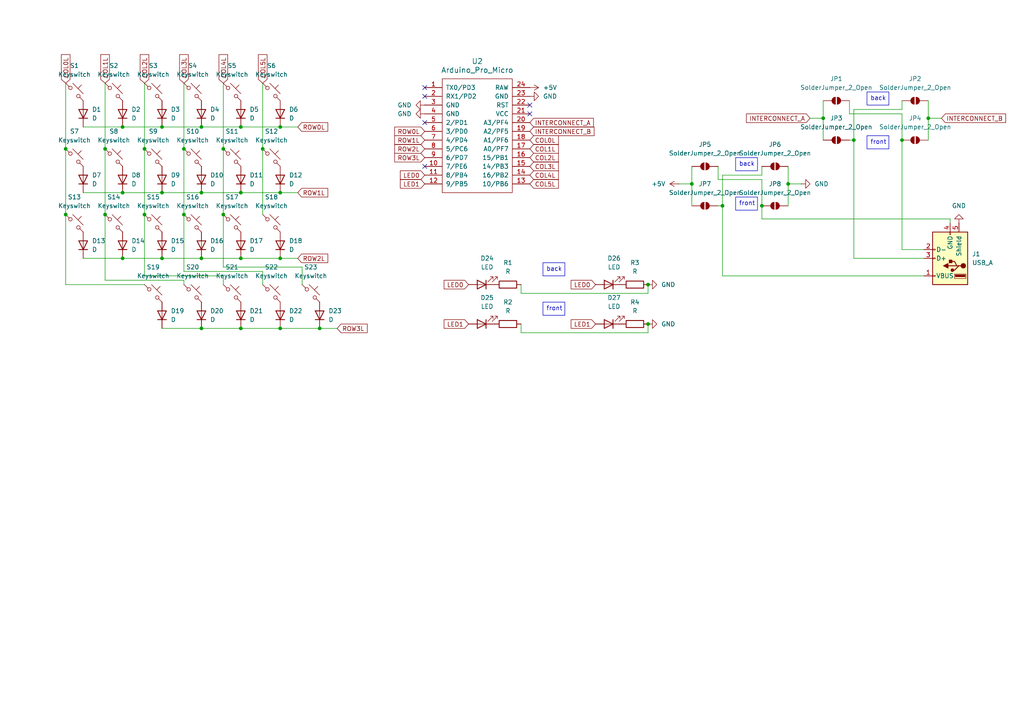
<source format=kicad_sch>
(kicad_sch (version 20250114) (generator "eeschema") (generator_version "9.0")
  (paper "A4")
  (lib_symbols
    (symbol "Connector:USB_A" (pin_names (offset 1.016))
      (property "Reference" "J" (at -5.08 11.43 0))
      (property "Value" "USB_A" (at -5.08 8.89 0))
      (symbol "USB_A_0_1"
        (rectangle (start -5.08 -7.62) (end 5.08 7.62) (stroke (width 0.254)) (fill (type background)))
        (circle (center -3.81 2.159) (radius 0.635) (stroke (width 0.254)) (fill (type outline)))
        (polyline (pts (xy -3.175 2.159) (xy -2.54 2.159) (xy -1.27 3.429) (xy -0.635 3.429)) (stroke (width 0.254)))
        (polyline (pts (xy -2.54 2.159) (xy -1.905 2.159) (xy -1.27 0.889) (xy 0 0.889)) (stroke (width 0.254)))
        (rectangle (start -1.524 4.826) (end -4.318 5.334) (fill (type outline)))
        (rectangle (start -1.27 4.572) (end -4.572 5.842))
        (circle (center -0.635 3.429) (radius 0.381) (stroke (width 0.254)) (fill (type outline)))
        (rectangle (start -0.127 -7.62) (end 0.127 -6.858))
        (rectangle (start 0.254 1.27) (end -0.508 0.508) (stroke (width 0.254)) (fill (type outline)))
        (polyline (pts (xy 0.635 2.794) (xy 0.635 1.524) (xy 1.905 2.159) (xy 0.635 2.794)) (stroke (width 0.254)) (fill (type outline)))
        (rectangle (start 5.08 4.953) (end 4.318 5.207))
        (rectangle (start 5.08 -0.127) (end 4.318 0.127))
        (rectangle (start 5.08 -2.667) (end 4.318 -2.413))
      )
      (symbol "USB_A_1_1"
        (polyline (pts (xy -1.905 2.159) (xy 0.635 2.159)) (stroke (width 0.254)))
        (pin passive line (at -2.54 -10.16 90) (length 2.54) (name "Shield") (number "5"))
        (pin power_in line (at 0 -10.16 90) (length 2.54) (name "GND") (number "4"))
        (pin power_in line (at 7.62 5.08 180) (length 2.54) (name "VBUS") (number "1"))
        (pin bidirectional line (at 7.62 0 180) (length 2.54) (name "D+") (number "3"))
        (pin bidirectional line (at 7.62 -2.54 180) (length 2.54) (name "D-") (number "2"))
      )
    )
    (symbol "Device:D" (pin_numbers (hide yes)) (pin_names (offset 1.016) (hide yes))
      (property "Reference" "D" (at 0 2.54 0))
      (property "Value" "D" (at 0 -2.54 0))
      (symbol "D_0_1"
        (polyline (pts (xy -1.27 1.27) (xy -1.27 -1.27)) (stroke (width 0.254)))
        (polyline (pts (xy 1.27 1.27) (xy 1.27 -1.27) (xy -1.27 0) (xy 1.27 1.27)) (stroke (width 0.254)))
        (polyline (pts (xy 1.27 0) (xy -1.27 0)))
      )
      (symbol "D_1_1"
        (pin passive line (at -3.81 0 0) (length 2.54) (name "K") (number "1"))
        (pin passive line (at 3.81 0 180) (length 2.54) (name "A") (number "2"))
      )
    )
    (symbol "Device:LED" (pin_numbers (hide yes)) (pin_names (offset 1.016) (hide yes))
      (property "Reference" "D" (at 0 2.54 0))
      (property "Value" "LED" (at 0 -2.54 0))
      (symbol "LED_0_1"
        (polyline (pts (xy -3.048 -0.762) (xy -4.572 -2.286) (xy -3.81 -2.286) (xy -4.572 -2.286) (xy -4.572 -1.524)))
        (polyline (pts (xy -1.778 -0.762) (xy -3.302 -2.286) (xy -2.54 -2.286) (xy -3.302 -2.286) (xy -3.302 -1.524)))
        (polyline (pts (xy -1.27 0) (xy 1.27 0)))
        (polyline (pts (xy -1.27 -1.27) (xy -1.27 1.27)) (stroke (width 0.254)))
        (polyline (pts (xy 1.27 -1.27) (xy 1.27 1.27) (xy -1.27 0) (xy 1.27 -1.27)) (stroke (width 0.254)))
      )
      (symbol "LED_1_1"
        (pin passive line (at -3.81 0 0) (length 2.54) (name "K") (number "1"))
        (pin passive line (at 3.81 0 180) (length 2.54) (name "A") (number "2"))
      )
    )
    (symbol "Device:R" (pin_numbers (hide yes)) (pin_names (offset 0))
      (property "Reference" "R" (at 2.032 0 90))
      (property "Value" "R" (at 0 0 90))
      (symbol "R_0_1"
        (rectangle (start -1.016 -2.54) (end 1.016 2.54) (stroke (width 0.254)))
      )
      (symbol "R_1_1"
        (pin passive line (at 0 3.81 270) (length 1.27) (name "~") (number "1"))
        (pin passive line (at 0 -3.81 90) (length 1.27) (name "~") (number "2"))
      )
    )
    (symbol "Jumper:SolderJumper_2_Open" (pin_numbers (hide yes)) (pin_names (offset 0) (hide yes)) (in_bom no)
      (property "Reference" "JP" (at 0 2.032 0))
      (property "Value" "SolderJumper_2_Open" (at 0 -2.54 0))
      (symbol "SolderJumper_2_Open_0_1"
        (polyline (pts (xy -0.254 1.016) (xy -0.254 -1.016)))
        (arc (start -0.254 -1.016) (mid -1.2656 0) (end -0.254 1.016))
        (arc (start -0.254 -1.016) (mid -1.2656 0) (end -0.254 1.016) (fill (type outline)))
        (arc (start 0.254 1.016) (mid 1.2656 0) (end 0.254 -1.016))
        (arc (start 0.254 1.016) (mid 1.2656 0) (end 0.254 -1.016) (fill (type outline)))
        (polyline (pts (xy 0.254 1.016) (xy 0.254 -1.016)))
      )
      (symbol "SolderJumper_2_Open_1_1"
        (pin passive line (at -3.81 0 0) (length 2.54) (name "A") (number "1"))
        (pin passive line (at 3.81 0 180) (length 2.54) (name "B") (number "2"))
      )
    )
    (symbol "ScottoKeebs:MCU_Arduino_Pro_Micro" (pin_names (offset 1.016))
      (property "Reference" "U" (at 0 0 0))
      (property "Value" "Arduino_Pro_Micro" (at 0 -19.05 0))
      (symbol "MCU_Arduino_Pro_Micro_0_1"
        (rectangle (start -10.16 16.51) (end 10.16 -16.51))
      )
      (symbol "MCU_Arduino_Pro_Micro_1_1"
        (pin input line (at -15.24 13.97 0) (length 5.08) (name "TX0/PD3") (number "1"))
        (pin input line (at -15.24 11.43 0) (length 5.08) (name "RX1/PD2") (number "2"))
        (pin input line (at -15.24 8.89 0) (length 5.08) (name "GND") (number "3"))
        (pin input line (at -15.24 6.35 0) (length 5.08) (name "GND") (number "4"))
        (pin input line (at -15.24 3.81 0) (length 5.08) (name "2/PD1") (number "5"))
        (pin input line (at -15.24 1.27 0) (length 5.08) (name "3/PD0") (number "6"))
        (pin input line (at -15.24 -1.27 0) (length 5.08) (name "4/PD4") (number "7"))
        (pin input line (at -15.24 -3.81 0) (length 5.08) (name "5/PC6") (number "8"))
        (pin input line (at -15.24 -6.35 0) (length 5.08) (name "6/PD7") (number "9"))
        (pin input line (at -15.24 -8.89 0) (length 5.08) (name "7/PE6") (number "10"))
        (pin input line (at -15.24 -11.43 0) (length 5.08) (name "8/PB4") (number "11"))
        (pin input line (at -15.24 -13.97 0) (length 5.08) (name "9/PB5") (number "12"))
        (pin input line (at 15.24 13.97 180) (length 5.08) (name "RAW") (number "24"))
        (pin input line (at 15.24 11.43 180) (length 5.08) (name "GND") (number "23"))
        (pin input line (at 15.24 8.89 180) (length 5.08) (name "RST") (number "22"))
        (pin input line (at 15.24 6.35 180) (length 5.08) (name "VCC") (number "21"))
        (pin input line (at 15.24 3.81 180) (length 5.08) (name "A3/PF4") (number "20"))
        (pin input line (at 15.24 1.27 180) (length 5.08) (name "A2/PF5") (number "19"))
        (pin input line (at 15.24 -1.27 180) (length 5.08) (name "A1/PF6") (number "18"))
        (pin input line (at 15.24 -3.81 180) (length 5.08) (name "A0/PF7") (number "17"))
        (pin input line (at 15.24 -6.35 180) (length 5.08) (name "15/PB1") (number "16"))
        (pin input line (at 15.24 -8.89 180) (length 5.08) (name "14/PB3") (number "15"))
        (pin input line (at 15.24 -11.43 180) (length 5.08) (name "16/PB2") (number "14"))
        (pin input line (at 15.24 -13.97 180) (length 5.08) (name "10/PB6") (number "13"))
      )
    )
    (symbol "ScottoKeebs:Placeholder_Keyswitch" (pin_numbers (hide yes)) (pin_names (offset 1.016) (hide yes))
      (property "Reference" "S" (at 3.048 1.016 0))
      (property "Value" "Keyswitch" (at 0 -3.81 0))
      (symbol "Placeholder_Keyswitch_0_1"
        (polyline (pts (xy -2.54 2.54) (xy -1.524 1.524) (xy -1.524 1.524)))
        (circle (center -1.1684 1.1684) (radius 0.508))
        (polyline (pts (xy -0.508 2.54) (xy 2.54 -0.508)))
        (polyline (pts (xy 1.016 1.016) (xy 2.032 2.032)))
        (circle (center 1.143 -1.1938) (radius 0.508))
        (polyline (pts (xy 1.524 -1.524) (xy 2.54 -2.54) (xy 2.54 -2.54) (xy 2.54 -2.54)))
        (pin passive line (at -2.54 2.54 0) (length 0) (name "1") (number "1"))
        (pin passive line (at 2.54 -2.54 180) (length 0) (name "2") (number "2"))
      )
    )
    (symbol "power:+5V" (power) (pin_numbers (hide yes)) (pin_names (offset 0) (hide yes))
      (property "Value" "+5V" (at 0 3.556 0))
      (symbol "+5V_0_1"
        (polyline (pts (xy -0.762 1.27) (xy 0 2.54)))
        (polyline (pts (xy 0 2.54) (xy 0.762 1.27)))
        (polyline (pts (xy 0 0) (xy 0 2.54)))
      )
      (symbol "+5V_1_1"
        (pin power_in line (at 0 0 90) (length 0) (name "~") (number "1"))
      )
    )
    (symbol "power:GND" (power) (pin_numbers (hide yes)) (pin_names (offset 0) (hide yes))
      (property "Value" "GND" (at 0 -3.81 0))
      (symbol "GND_0_1"
        (polyline (pts (xy 0 0) (xy 0 -1.27) (xy 1.27 -1.27) (xy 0 -2.54) (xy -1.27 -1.27) (xy 0 -1.27)))
      )
      (symbol "GND_1_1"
        (pin power_in line (at 0 0 270) (length 0) (name "~") (number "1"))
      )
    )
  )
  (text_box "back" (at 213.36 45.72 0) (size 6.35 3.81) (margins 0.9525 0.9525 0.9525 0.9525) (effects (font (size 1.27 1.27)) (justify left top)))
  (text_box "back" (at 157.48 76.2 0) (size 6.35 3.81) (margins 0.9525 0.9525 0.9525 0.9525) (effects (font (size 1.27 1.27)) (justify left top)))
  (text_box "front" (at 157.48 87.63 0) (size 6.35 3.81) (margins 0.9525 0.9525 0.9525 0.9525) (effects (font (size 1.27 1.27)) (justify left top)))
  (text_box "back" (at 251.46 26.67 0) (size 6.35 3.81) (margins 0.9525 0.9525 0.9525 0.9525) (effects (font (size 1.27 1.27)) (justify left top)))
  (text_box "front" (at 213.36 57.15 0) (size 6.35 3.81) (margins 0.9525 0.9525 0.9525 0.9525) (effects (font (size 1.27 1.27)) (justify left top)))
  (text_box "front" (at 251.46 39.37 0) (size 6.35 3.81) (margins 0.9525 0.9525 0.9525 0.9525) (effects (font (size 1.27 1.27)) (justify left top)))
  (junction (at 19.05 62.23))
  (junction (at 35.56 74.93))
  (junction (at 238.76 34.29))
  (junction (at 209.55 59.69))
  (junction (at 46.99 36.83))
  (junction (at 30.48 62.23))
  (junction (at 220.98 59.69))
  (junction (at 228.6 53.34))
  (junction (at 30.48 43.18))
  (junction (at 58.42 36.83))
  (junction (at 92.71 95.25))
  (junction (at 200.66 53.34))
  (junction (at 64.77 43.18))
  (junction (at 41.91 43.18))
  (junction (at 35.56 36.83))
  (junction (at 58.42 95.25))
  (junction (at 187.96 82.55))
  (junction (at 53.34 62.23))
  (junction (at 187.96 93.98))
  (junction (at 76.2 43.18))
  (junction (at 64.77 62.23))
  (junction (at 69.85 55.88))
  (junction (at 261.62 40.64))
  (junction (at 58.42 55.88))
  (junction (at 269.24 34.29))
  (junction (at 58.42 74.93))
  (junction (at 19.05 43.18))
  (junction (at 81.28 74.93))
  (junction (at 46.99 55.88))
  (junction (at 41.91 62.23))
  (junction (at 81.28 36.83))
  (junction (at 35.56 55.88))
  (junction (at 247.65 40.64))
  (junction (at 81.28 95.25))
  (junction (at 69.85 74.93))
  (junction (at 46.99 74.93))
  (junction (at 69.85 95.25))
  (junction (at 53.34 43.18))
  (junction (at 69.85 36.83))
  (junction (at 81.28 55.88))
  (no_connect (at 123.19 27.94))
  (no_connect (at 123.19 35.56))
  (no_connect (at 123.19 48.26))
  (no_connect (at 153.67 33.02))
  (no_connect (at 123.19 25.4))
  (no_connect (at 153.67 30.48))
  (wire (pts (xy 187.96 96.52) (xy 151.13 96.52)))
  (wire (pts (xy 187.96 93.98) (xy 187.96 96.52)))
  (wire (pts (xy 76.2 24.13) (xy 76.2 43.18)))
  (wire (pts (xy 58.42 55.88) (xy 69.85 55.88)))
  (wire (pts (xy 220.98 50.8) (xy 209.55 50.8)))
  (wire (pts (xy 76.2 43.18) (xy 76.2 62.23)))
  (wire (pts (xy 87.63 82.55) (xy 87.63 77.47)))
  (wire (pts (xy 220.98 48.26) (xy 220.98 50.8)))
  (wire (pts (xy 76.2 78.74) (xy 53.34 78.74)))
  (wire (pts (xy 53.34 43.18) (xy 53.34 62.23)))
  (wire (pts (xy 24.13 36.83) (xy 35.56 36.83)))
  (wire (pts (xy 35.56 36.83) (xy 46.99 36.83)))
  (wire (pts (xy 24.13 55.88) (xy 35.56 55.88)))
  (wire (pts (xy 228.6 53.34) (xy 232.41 53.34)))
  (wire (pts (xy 46.99 36.83) (xy 58.42 36.83)))
  (wire (pts (xy 220.98 59.69) (xy 220.98 63.5)))
  (wire (pts (xy 81.28 95.25) (xy 92.71 95.25)))
  (wire (pts (xy 269.24 34.29) (xy 273.05 34.29)))
  (wire (pts (xy 228.6 53.34) (xy 228.6 59.69)))
  (wire (pts (xy 261.62 40.64) (xy 261.62 72.39)))
  (wire (pts (xy 200.66 53.34) (xy 200.66 59.69)))
  (wire (pts (xy 261.62 29.21) (xy 261.62 31.75)))
  (wire (pts (xy 269.24 29.21) (xy 269.24 34.29)))
  (wire (pts (xy 209.55 50.8) (xy 209.55 59.69)))
  (wire (pts (xy 247.65 40.64) (xy 247.65 74.93)))
  (wire (pts (xy 247.65 31.75) (xy 247.65 40.64)))
  (wire (pts (xy 81.28 55.88) (xy 86.36 55.88)))
  (wire (pts (xy 92.71 95.25) (xy 97.79 95.25)))
  (wire (pts (xy 269.24 34.29) (xy 269.24 40.64)))
  (wire (pts (xy 87.63 77.47) (xy 64.77 77.47)))
  (wire (pts (xy 64.77 77.47) (xy 64.77 62.23)))
  (wire (pts (xy 238.76 29.21) (xy 238.76 34.29)))
  (wire (pts (xy 151.13 85.09) (xy 187.96 85.09)))
  (wire (pts (xy 46.99 95.25) (xy 58.42 95.25)))
  (wire (pts (xy 151.13 82.55) (xy 151.13 85.09)))
  (wire (pts (xy 58.42 95.25) (xy 69.85 95.25)))
  (wire (pts (xy 19.05 62.23) (xy 19.05 82.55)))
  (wire (pts (xy 209.55 80.01) (xy 267.97 80.01)))
  (wire (pts (xy 64.77 24.13) (xy 64.77 43.18)))
  (wire (pts (xy 19.05 24.13) (xy 19.05 43.18)))
  (wire (pts (xy 30.48 43.18) (xy 30.48 62.23)))
  (wire (pts (xy 24.13 74.93) (xy 35.56 74.93)))
  (wire (pts (xy 69.85 36.83) (xy 81.28 36.83)))
  (wire (pts (xy 19.05 43.18) (xy 19.05 62.23)))
  (wire (pts (xy 81.28 74.93) (xy 86.36 74.93)))
  (wire (pts (xy 228.6 48.26) (xy 228.6 53.34)))
  (wire (pts (xy 209.55 59.69) (xy 208.28 59.69)))
  (wire (pts (xy 35.56 74.93) (xy 46.99 74.93)))
  (wire (pts (xy 58.42 74.93) (xy 69.85 74.93)))
  (wire (pts (xy 53.34 82.55) (xy 53.34 81.28)))
  (wire (pts (xy 69.85 95.25) (xy 81.28 95.25)))
  (wire (pts (xy 35.56 55.88) (xy 46.99 55.88)))
  (wire (pts (xy 69.85 55.88) (xy 81.28 55.88)))
  (wire (pts (xy 64.77 80.01) (xy 41.91 80.01)))
  (wire (pts (xy 151.13 96.52) (xy 151.13 93.98)))
  (wire (pts (xy 64.77 43.18) (xy 64.77 62.23)))
  (wire (pts (xy 58.42 36.83) (xy 69.85 36.83)))
  (wire (pts (xy 261.62 72.39) (xy 267.97 72.39)))
  (wire (pts (xy 53.34 81.28) (xy 30.48 81.28)))
  (wire (pts (xy 238.76 34.29) (xy 238.76 40.64)))
  (wire (pts (xy 246.38 29.21) (xy 246.38 33.02)))
  (wire (pts (xy 41.91 80.01) (xy 41.91 62.23)))
  (wire (pts (xy 208.28 48.26) (xy 208.28 52.07)))
  (wire (pts (xy 53.34 78.74) (xy 53.34 62.23)))
  (wire (pts (xy 64.77 82.55) (xy 64.77 80.01)))
  (wire (pts (xy 46.99 74.93) (xy 58.42 74.93)))
  (wire (pts (xy 261.62 31.75) (xy 247.65 31.75)))
  (wire (pts (xy 200.66 48.26) (xy 200.66 53.34)))
  (wire (pts (xy 41.91 43.18) (xy 41.91 62.23)))
  (wire (pts (xy 69.85 74.93) (xy 81.28 74.93)))
  (wire (pts (xy 19.05 82.55) (xy 41.91 82.55)))
  (wire (pts (xy 76.2 82.55) (xy 76.2 78.74)))
  (wire (pts (xy 41.91 24.13) (xy 41.91 43.18)))
  (wire (pts (xy 209.55 59.69) (xy 209.55 80.01)))
  (wire (pts (xy 246.38 33.02) (xy 261.62 33.02)))
  (wire (pts (xy 247.65 40.64) (xy 246.38 40.64)))
  (wire (pts (xy 275.59 63.5) (xy 275.59 64.77)))
  (wire (pts (xy 261.62 33.02) (xy 261.62 40.64)))
  (wire (pts (xy 53.34 24.13) (xy 53.34 43.18)))
  (wire (pts (xy 234.95 34.29) (xy 238.76 34.29)))
  (wire (pts (xy 46.99 55.88) (xy 58.42 55.88)))
  (wire (pts (xy 187.96 85.09) (xy 187.96 82.55)))
  (wire (pts (xy 30.48 81.28) (xy 30.48 62.23)))
  (wire (pts (xy 30.48 24.13) (xy 30.48 43.18)))
  (wire (pts (xy 81.28 36.83) (xy 86.36 36.83)))
  (wire (pts (xy 220.98 52.07) (xy 220.98 59.69)))
  (wire (pts (xy 208.28 52.07) (xy 220.98 52.07)))
  (wire (pts (xy 196.85 53.34) (xy 200.66 53.34)))
  (wire (pts (xy 247.65 74.93) (xy 267.97 74.93)))
  (wire (pts (xy 220.98 63.5) (xy 275.59 63.5)))
  (global_label "COL5L" (shape input) (at 76.2 24.13 90) (property "Intersheetrefs" "${INTERSHEET_REFS}" (effects (hide yes))))
  (global_label "LED1" (shape input) (at 172.72 93.98 180) (property "Intersheetrefs" "${INTERSHEET_REFS}" (effects (hide yes))))
  (global_label "COL0L" (shape input) (at 19.05 24.13 90) (property "Intersheetrefs" "${INTERSHEET_REFS}" (effects (hide yes))))
  (global_label "COL4L" (shape input) (at 64.77 24.13 90) (property "Intersheetrefs" "${INTERSHEET_REFS}" (effects (hide yes))))
  (global_label "COL2L" (shape input) (at 153.67 45.72 0) (property "Intersheetrefs" "${INTERSHEET_REFS}" (effects (hide yes))))
  (global_label "COL2L" (shape input) (at 41.91 24.13 90) (property "Intersheetrefs" "${INTERSHEET_REFS}" (effects (hide yes))))
  (global_label "LED1" (shape input) (at 123.19 53.34 180) (property "Intersheetrefs" "${INTERSHEET_REFS}" (effects (hide yes))))
  (global_label "ROW1L" (shape input) (at 123.19 40.64 180) (property "Intersheetrefs" "${INTERSHEET_REFS}" (effects (hide yes))))
  (global_label "ROW0L" (shape input) (at 86.36 36.83 0) (property "Intersheetrefs" "${INTERSHEET_REFS}" (effects (hide yes))))
  (global_label "COL0L" (shape input) (at 153.67 40.64 0) (property "Intersheetrefs" "${INTERSHEET_REFS}" (effects (hide yes))))
  (global_label "COL1L" (shape input) (at 30.48 24.13 90) (property "Intersheetrefs" "${INTERSHEET_REFS}" (effects (hide yes))))
  (global_label "LED1" (shape input) (at 135.89 93.98 180) (property "Intersheetrefs" "${INTERSHEET_REFS}" (effects (hide yes))))
  (global_label "ROW3L" (shape input) (at 97.79 95.25 0) (property "Intersheetrefs" "${INTERSHEET_REFS}" (effects (hide yes))))
  (global_label "ROW2L" (shape input) (at 86.36 74.93 0) (property "Intersheetrefs" "${INTERSHEET_REFS}" (effects (hide yes))))
  (global_label "LED0" (shape input) (at 172.72 82.55 180) (property "Intersheetrefs" "${INTERSHEET_REFS}" (effects (hide yes))))
  (global_label "INTERCONNECT_B" (shape input) (at 273.05 34.29 0) (property "Intersheetrefs" "${INTERSHEET_REFS}" (effects (hide yes))))
  (global_label "INTERCONNECT_A" (shape input) (at 234.95 34.29 180) (property "Intersheetrefs" "${INTERSHEET_REFS}" (effects (hide yes))))
  (global_label "COL5L" (shape input) (at 153.67 53.34 0) (property "Intersheetrefs" "${INTERSHEET_REFS}" (effects (hide yes))))
  (global_label "ROW1L" (shape input) (at 86.36 55.88 0) (property "Intersheetrefs" "${INTERSHEET_REFS}" (effects (hide yes))))
  (global_label "ROW3L" (shape input) (at 123.19 45.72 180) (property "Intersheetrefs" "${INTERSHEET_REFS}" (effects (hide yes))))
  (global_label "COL3L" (shape input) (at 53.34 24.13 90) (property "Intersheetrefs" "${INTERSHEET_REFS}" (effects (hide yes))))
  (global_label "LED0" (shape input) (at 135.89 82.55 180) (property "Intersheetrefs" "${INTERSHEET_REFS}" (effects (hide yes))))
  (global_label "INTERCONNECT_B" (shape input) (at 153.67 38.1 0) (property "Intersheetrefs" "${INTERSHEET_REFS}" (effects (hide yes))))
  (global_label "ROW0L" (shape input) (at 123.19 38.1 180) (property "Intersheetrefs" "${INTERSHEET_REFS}" (effects (hide yes))))
  (global_label "COL4L" (shape input) (at 153.67 50.8 0) (property "Intersheetrefs" "${INTERSHEET_REFS}" (effects (hide yes))))
  (global_label "COL3L" (shape input) (at 153.67 48.26 0) (property "Intersheetrefs" "${INTERSHEET_REFS}" (effects (hide yes))))
  (global_label "COL1L" (shape input) (at 153.67 43.18 0) (property "Intersheetrefs" "${INTERSHEET_REFS}" (effects (hide yes))))
  (global_label "INTERCONNECT_A" (shape input) (at 153.67 35.56 0) (property "Intersheetrefs" "${INTERSHEET_REFS}" (effects (hide yes))))
  (global_label "ROW2L" (shape input) (at 123.19 43.18 180) (property "Intersheetrefs" "${INTERSHEET_REFS}" (effects (hide yes))))
  (global_label "LED0" (shape input) (at 123.19 50.8 180) (property "Intersheetrefs" "${INTERSHEET_REFS}" (effects (hide yes))))
  (symbol (lib_id "Device:D") (at 69.85 71.12 90) (unit 1)
    (property "Reference" "D17" (at 72.39 69.8499 90) (effects (justify right)))
    (property "Value" "D" (at 72.39 72.3899 90) (effects (justify right)))
    (property "Footprint" "ScottoKeebs_Components:Double_Sided_Diode_DO-35" (effects (hide yes)))
    (property "Description" "Diode" (effects (hide yes)))
    (property "Sim.Device" "D" (effects (hide yes)))
    (property "Sim.Pins" "1=K 2=A" (effects (hide yes)))
  )
  (symbol (lib_id "Jumper:SolderJumper_2_Open") (at 204.47 48.26 0) (unit 1) (in_bom no)
    (property "Reference" "JP5" (at 204.47 41.91 0))
    (property "Value" "SolderJumper_2_Open" (at 204.47 44.45 0))
    (property "Footprint" "Jumper:SolderJumper-2_P1.3mm_Open_TrianglePad1.0x1.5mm" (effects (hide yes)))
    (property "Description" "Solder Jumper, 2-pole, open" (effects (hide yes)))
  )
  (symbol (lib_id "Device:LED") (at 176.53 82.55 180) (unit 1)
    (property "Reference" "D26" (at 178.1175 74.93 0))
    (property "Value" "LED" (at 178.1175 77.47 0))
    (property "Footprint" "LED_SMD:LED_1206_3216Metric_Pad1.42x1.75mm_HandSolder" (effects (hide yes)))
    (property "Description" "Light emitting diode" (effects (hide yes)))
    (property "Sim.Pins" "1=K 2=A" (effects (hide yes)))
  )
  (symbol (lib_id "ScottoKeebs:Placeholder_Keyswitch") (at 55.88 26.67 0) (unit 1)
    (property "Reference" "S4" (at 55.88 19.05 0))
    (property "Value" "Keyswitch" (at 55.88 21.59 0))
    (property "Footprint" "ScottoKeebs_Hotswap:Hotswap_MX_Plated_1.00u_Reversible" (effects (hide yes)))
    (property "Description" "Push button switch, normally open, two pins, 45° tilted" (effects (hide yes)))
  )
  (symbol (lib_id "power:+5V") (at 153.67 25.4 270) (unit 1)
    (property "Reference" "#PWR05" (effects (hide yes)))
    (property "Value" "+5V" (at 157.48 25.3999 90) (effects (justify left)))
    (property "Description" "Power symbol creates a global label with name \"+5V\"" (effects (hide yes)))
  )
  (symbol (lib_id "Jumper:SolderJumper_2_Open") (at 265.43 40.64 0) (unit 1) (in_bom no)
    (property "Reference" "JP4" (at 265.43 34.29 0))
    (property "Value" "SolderJumper_2_Open" (at 265.43 36.83 0))
    (property "Footprint" "Jumper:SolderJumper-2_P1.3mm_Open_TrianglePad1.0x1.5mm" (effects (hide yes)))
    (property "Description" "Solder Jumper, 2-pole, open" (effects (hide yes)))
  )
  (symbol (lib_id "ScottoKeebs:Placeholder_Keyswitch") (at 33.02 45.72 0) (unit 1)
    (property "Reference" "S8" (at 33.02 38.1 0))
    (property "Value" "Keyswitch" (at 33.02 40.64 0))
    (property "Footprint" "ScottoKeebs_Hotswap:Hotswap_MX_Plated_1.00u_Reversible" (effects (hide yes)))
    (property "Description" "Push button switch, normally open, two pins, 45° tilted" (effects (hide yes)))
  )
  (symbol (lib_id "ScottoKeebs:Placeholder_Keyswitch") (at 78.74 26.67 0) (unit 1)
    (property "Reference" "S6" (at 78.74 19.05 0))
    (property "Value" "Keyswitch" (at 78.74 21.59 0))
    (property "Footprint" "ScottoKeebs_Hotswap:Hotswap_MX_Plated_1.00u_Reversible" (effects (hide yes)))
    (property "Description" "Push button switch, normally open, two pins, 45° tilted" (effects (hide yes)))
  )
  (symbol (lib_id "Device:D") (at 35.56 33.02 90) (unit 1)
    (property "Reference" "D2" (at 38.1 31.7499 90) (effects (justify right)))
    (property "Value" "D" (at 38.1 34.2899 90) (effects (justify right)))
    (property "Footprint" "ScottoKeebs_Components:Double_Sided_Diode_DO-35" (effects (hide yes)))
    (property "Description" "Diode" (effects (hide yes)))
    (property "Sim.Device" "D" (effects (hide yes)))
    (property "Sim.Pins" "1=K 2=A" (effects (hide yes)))
  )
  (symbol (lib_id "Device:D") (at 46.99 91.44 90) (unit 1)
    (property "Reference" "D19" (at 49.53 90.1699 90) (effects (justify right)))
    (property "Value" "D" (at 49.53 92.7099 90) (effects (justify right)))
    (property "Footprint" "ScottoKeebs_Components:Double_Sided_Diode_DO-35" (effects (hide yes)))
    (property "Description" "Diode" (effects (hide yes)))
    (property "Sim.Device" "D" (effects (hide yes)))
    (property "Sim.Pins" "1=K 2=A" (effects (hide yes)))
  )
  (symbol (lib_id "Device:D") (at 24.13 71.12 90) (unit 1)
    (property "Reference" "D13" (at 26.67 69.8499 90) (effects (justify right)))
    (property "Value" "D" (at 26.67 72.3899 90) (effects (justify right)))
    (property "Footprint" "ScottoKeebs_Components:Double_Sided_Diode_DO-35" (effects (hide yes)))
    (property "Description" "Diode" (effects (hide yes)))
    (property "Sim.Device" "D" (effects (hide yes)))
    (property "Sim.Pins" "1=K 2=A" (effects (hide yes)))
  )
  (symbol (lib_id "ScottoKeebs:Placeholder_Keyswitch") (at 67.31 64.77 0) (unit 1)
    (property "Reference" "S17" (at 67.31 57.15 0))
    (property "Value" "Keyswitch" (at 67.31 59.69 0))
    (property "Footprint" "ScottoKeebs_Hotswap:Hotswap_MX_Plated_1.00u_Reversible" (effects (hide yes)))
    (property "Description" "Push button switch, normally open, two pins, 45° tilted" (effects (hide yes)))
  )
  (symbol (lib_id "Device:D") (at 35.56 52.07 90) (unit 1)
    (property "Reference" "D8" (at 38.1 50.7999 90) (effects (justify right)))
    (property "Value" "D" (at 38.1 53.3399 90) (effects (justify right)))
    (property "Footprint" "ScottoKeebs_Components:Double_Sided_Diode_DO-35" (effects (hide yes)))
    (property "Description" "Diode" (effects (hide yes)))
    (property "Sim.Device" "D" (effects (hide yes)))
    (property "Sim.Pins" "1=K 2=A" (effects (hide yes)))
  )
  (symbol (lib_id "Device:D") (at 81.28 91.44 90) (unit 1)
    (property "Reference" "D22" (at 83.82 90.1699 90) (effects (justify right)))
    (property "Value" "D" (at 83.82 92.7099 90) (effects (justify right)))
    (property "Footprint" "ScottoKeebs_Components:Double_Sided_Diode_DO-35" (effects (hide yes)))
    (property "Description" "Diode" (effects (hide yes)))
    (property "Sim.Device" "D" (effects (hide yes)))
    (property "Sim.Pins" "1=K 2=A" (effects (hide yes)))
  )
  (symbol (lib_id "power:GND") (at 187.96 93.98 90) (unit 1)
    (property "Reference" "#PWR011" (effects (hide yes)))
    (property "Value" "GND" (at 191.77 93.9799 90) (effects (justify right)))
    (property "Description" "Power symbol creates a global label with name \"GND\" , ground" (effects (hide yes)))
  )
  (symbol (lib_id "Device:D") (at 35.56 71.12 90) (unit 1)
    (property "Reference" "D14" (at 38.1 69.8499 90) (effects (justify right)))
    (property "Value" "D" (at 38.1 72.3899 90) (effects (justify right)))
    (property "Footprint" "ScottoKeebs_Components:Double_Sided_Diode_DO-35" (effects (hide yes)))
    (property "Description" "Diode" (effects (hide yes)))
    (property "Sim.Device" "D" (effects (hide yes)))
    (property "Sim.Pins" "1=K 2=A" (effects (hide yes)))
  )
  (symbol (lib_id "Jumper:SolderJumper_2_Open") (at 242.57 40.64 0) (unit 1) (in_bom no)
    (property "Reference" "JP3" (at 242.57 34.29 0))
    (property "Value" "SolderJumper_2_Open" (at 242.57 36.83 0))
    (property "Footprint" "Jumper:SolderJumper-2_P1.3mm_Open_TrianglePad1.0x1.5mm" (effects (hide yes)))
    (property "Description" "Solder Jumper, 2-pole, open" (effects (hide yes)))
  )
  (symbol (lib_id "Device:D") (at 58.42 33.02 90) (unit 1)
    (property "Reference" "D4" (at 60.96 31.7499 90) (effects (justify right)))
    (property "Value" "D" (at 60.96 34.2899 90) (effects (justify right)))
    (property "Footprint" "ScottoKeebs_Components:Double_Sided_Diode_DO-35" (effects (hide yes)))
    (property "Description" "Diode" (effects (hide yes)))
    (property "Sim.Device" "D" (effects (hide yes)))
    (property "Sim.Pins" "1=K 2=A" (effects (hide yes)))
  )
  (symbol (lib_id "ScottoKeebs:Placeholder_Keyswitch") (at 55.88 85.09 0) (unit 1)
    (property "Reference" "S20" (at 55.88 77.47 0))
    (property "Value" "Keyswitch" (at 55.88 80.01 0))
    (property "Footprint" "ScottoKeebs_Hotswap:Hotswap_MX_Plated_1.00u_Reversible" (effects (hide yes)))
    (property "Description" "Push button switch, normally open, two pins, 45° tilted" (effects (hide yes)))
  )
  (symbol (lib_id "ScottoKeebs:Placeholder_Keyswitch") (at 55.88 64.77 0) (unit 1)
    (property "Reference" "S16" (at 55.88 57.15 0))
    (property "Value" "Keyswitch" (at 55.88 59.69 0))
    (property "Footprint" "ScottoKeebs_Hotswap:Hotswap_MX_Plated_1.00u_Reversible" (effects (hide yes)))
    (property "Description" "Push button switch, normally open, two pins, 45° tilted" (effects (hide yes)))
  )
  (symbol (lib_id "power:GND") (at 187.96 82.55 90) (unit 1)
    (property "Reference" "#PWR010" (effects (hide yes)))
    (property "Value" "GND" (at 191.77 82.5499 90) (effects (justify right)))
    (property "Description" "Power symbol creates a global label with name \"GND\" , ground" (effects (hide yes)))
  )
  (symbol (lib_id "ScottoKeebs:Placeholder_Keyswitch") (at 78.74 45.72 0) (unit 1)
    (property "Reference" "S12" (at 78.74 38.1 0))
    (property "Value" "Keyswitch" (at 78.74 40.64 0))
    (property "Footprint" "ScottoKeebs_Hotswap:Hotswap_MX_Plated_1.00u_Reversible" (effects (hide yes)))
    (property "Description" "Push button switch, normally open, two pins, 45° tilted" (effects (hide yes)))
  )
  (symbol (lib_id "Device:R") (at 184.15 82.55 90) (unit 1)
    (property "Reference" "R3" (at 184.15 76.2 90))
    (property "Value" "R" (at 184.15 78.74 90))
    (property "Footprint" "Resistor_SMD:R_1206_3216Metric_Pad1.30x1.75mm_HandSolder" (effects (hide yes)))
    (property "Description" "Resistor" (effects (hide yes)))
  )
  (symbol (lib_id "Device:LED") (at 176.53 93.98 180) (unit 1)
    (property "Reference" "D27" (at 178.1175 86.36 0))
    (property "Value" "LED" (at 178.1175 88.9 0))
    (property "Footprint" "LED_SMD:LED_1206_3216Metric_Pad1.42x1.75mm_HandSolder" (effects (hide yes)))
    (property "Description" "Light emitting diode" (effects (hide yes)))
    (property "Sim.Pins" "1=K 2=A" (effects (hide yes)))
  )
  (symbol (lib_id "Device:D") (at 69.85 33.02 90) (unit 1)
    (property "Reference" "D5" (at 72.39 31.7499 90) (effects (justify right)))
    (property "Value" "D" (at 72.39 34.2899 90) (effects (justify right)))
    (property "Footprint" "ScottoKeebs_Components:Double_Sided_Diode_DO-35" (effects (hide yes)))
    (property "Description" "Diode" (effects (hide yes)))
    (property "Sim.Device" "D" (effects (hide yes)))
    (property "Sim.Pins" "1=K 2=A" (effects (hide yes)))
  )
  (symbol (lib_id "ScottoKeebs:Placeholder_Keyswitch") (at 78.74 85.09 0) (unit 1)
    (property "Reference" "S22" (at 78.74 77.47 0))
    (property "Value" "Keyswitch" (at 78.74 80.01 0))
    (property "Footprint" "ScottoKeebs_Hotswap:Hotswap_MX_Plated_1.50u_90deg_Reversible" (effects (hide yes)))
    (property "Description" "Push button switch, normally open, two pins, 45° tilted" (effects (hide yes)))
  )
  (symbol (lib_id "ScottoKeebs:Placeholder_Keyswitch") (at 67.31 45.72 0) (unit 1)
    (property "Reference" "S11" (at 67.31 38.1 0))
    (property "Value" "Keyswitch" (at 67.31 40.64 0))
    (property "Footprint" "ScottoKeebs_Hotswap:Hotswap_MX_Plated_1.00u_Reversible" (effects (hide yes)))
    (property "Description" "Push button switch, normally open, two pins, 45° tilted" (effects (hide yes)))
  )
  (symbol (lib_id "Device:D") (at 58.42 91.44 90) (unit 1)
    (property "Reference" "D20" (at 60.96 90.1699 90) (effects (justify right)))
    (property "Value" "D" (at 60.96 92.7099 90) (effects (justify right)))
    (property "Footprint" "ScottoKeebs_Components:Double_Sided_Diode_DO-35" (effects (hide yes)))
    (property "Description" "Diode" (effects (hide yes)))
    (property "Sim.Device" "D" (effects (hide yes)))
    (property "Sim.Pins" "1=K 2=A" (effects (hide yes)))
  )
  (symbol (lib_id "ScottoKeebs:Placeholder_Keyswitch") (at 44.45 26.67 0) (unit 1)
    (property "Reference" "S3" (at 44.45 19.05 0))
    (property "Value" "Keyswitch" (at 44.45 21.59 0))
    (property "Footprint" "ScottoKeebs_Hotswap:Hotswap_MX_Plated_1.00u_Reversible" (effects (hide yes)))
    (property "Description" "Push button switch, normally open, two pins, 45° tilted" (effects (hide yes)))
  )
  (symbol (lib_id "ScottoKeebs:Placeholder_Keyswitch") (at 21.59 45.72 0) (unit 1)
    (property "Reference" "S7" (at 21.59 38.1 0))
    (property "Value" "Keyswitch" (at 21.59 40.64 0))
    (property "Footprint" "ScottoKeebs_Hotswap:Hotswap_MX_Plated_1.00u_Reversible" (effects (hide yes)))
    (property "Description" "Push button switch, normally open, two pins, 45° tilted" (effects (hide yes)))
  )
  (symbol (lib_id "Jumper:SolderJumper_2_Open") (at 242.57 29.21 0) (unit 1) (in_bom no)
    (property "Reference" "JP1" (at 242.57 22.86 0))
    (property "Value" "SolderJumper_2_Open" (at 242.57 25.4 0))
    (property "Footprint" "Jumper:SolderJumper-2_P1.3mm_Open_TrianglePad1.0x1.5mm" (effects (hide yes)))
    (property "Description" "Solder Jumper, 2-pole, open" (effects (hide yes)))
  )
  (symbol (lib_id "Device:LED") (at 139.7 82.55 180) (unit 1)
    (property "Reference" "D24" (at 141.2875 74.93 0))
    (property "Value" "LED" (at 141.2875 77.47 0))
    (property "Footprint" "LED_SMD:LED_1206_3216Metric_Pad1.42x1.75mm_HandSolder" (effects (hide yes)))
    (property "Description" "Light emitting diode" (effects (hide yes)))
    (property "Sim.Pins" "1=K 2=A" (effects (hide yes)))
  )
  (symbol (lib_id "Device:D") (at 58.42 52.07 90) (unit 1)
    (property "Reference" "D10" (at 60.96 50.7999 90) (effects (justify right)))
    (property "Value" "D" (at 60.96 53.3399 90) (effects (justify right)))
    (property "Footprint" "ScottoKeebs_Components:Double_Sided_Diode_DO-35" (effects (hide yes)))
    (property "Description" "Diode" (effects (hide yes)))
    (property "Sim.Device" "D" (effects (hide yes)))
    (property "Sim.Pins" "1=K 2=A" (effects (hide yes)))
  )
  (symbol (lib_id "ScottoKeebs:Placeholder_Keyswitch") (at 55.88 45.72 0) (unit 1)
    (property "Reference" "S10" (at 55.88 38.1 0))
    (property "Value" "Keyswitch" (at 55.88 40.64 0))
    (property "Footprint" "ScottoKeebs_Hotswap:Hotswap_MX_Plated_1.00u_Reversible" (effects (hide yes)))
    (property "Description" "Push button switch, normally open, two pins, 45° tilted" (effects (hide yes)))
  )
  (symbol (lib_id "ScottoKeebs:Placeholder_Keyswitch") (at 67.31 85.09 0) (unit 1)
    (property "Reference" "S21" (at 67.31 77.47 0))
    (property "Value" "Keyswitch" (at 67.31 80.01 0))
    (property "Footprint" "ScottoKeebs_Hotswap:Hotswap_MX_Plated_1.00u_Reversible" (effects (hide yes)))
    (property "Description" "Push button switch, normally open, two pins, 45° tilted" (effects (hide yes)))
  )
  (symbol (lib_id "Jumper:SolderJumper_2_Open") (at 224.79 48.26 0) (unit 1) (in_bom no)
    (property "Reference" "JP6" (at 224.79 41.91 0))
    (property "Value" "SolderJumper_2_Open" (at 224.79 44.45 0))
    (property "Footprint" "Jumper:SolderJumper-2_P1.3mm_Open_TrianglePad1.0x1.5mm" (effects (hide yes)))
    (property "Description" "Solder Jumper, 2-pole, open" (effects (hide yes)))
  )
  (symbol (lib_id "ScottoKeebs:Placeholder_Keyswitch") (at 44.45 64.77 0) (unit 1)
    (property "Reference" "S15" (at 44.45 57.15 0))
    (property "Value" "Keyswitch" (at 44.45 59.69 0))
    (property "Footprint" "ScottoKeebs_Hotswap:Hotswap_MX_Plated_1.00u_Reversible" (effects (hide yes)))
    (property "Description" "Push button switch, normally open, two pins, 45° tilted" (effects (hide yes)))
  )
  (symbol (lib_id "Device:D") (at 92.71 91.44 90) (unit 1)
    (property "Reference" "D23" (at 95.25 90.1699 90) (effects (justify right)))
    (property "Value" "D" (at 95.25 92.7099 90) (effects (justify right)))
    (property "Footprint" "ScottoKeebs_Components:Double_Sided_Diode_DO-35" (effects (hide yes)))
    (property "Description" "Diode" (effects (hide yes)))
    (property "Sim.Device" "D" (effects (hide yes)))
    (property "Sim.Pins" "1=K 2=A" (effects (hide yes)))
  )
  (symbol (lib_id "ScottoKeebs:MCU_Arduino_Pro_Micro") (at 138.43 39.37 0) (unit 1)
    (property "Reference" "U2" (at 138.43 17.78 0) (effects (font (size 1.524 1.524))))
    (property "Value" "Arduino_Pro_Micro" (at 138.43 20.32 0) (effects (font (size 1.524 1.524))))
    (property "Footprint" "keyboard_reversible:ProMicro_flipped" (effects (hide yes)))
  )
  (symbol (lib_id "Device:D") (at 58.42 71.12 90) (unit 1)
    (property "Reference" "D16" (at 60.96 69.8499 90) (effects (justify right)))
    (property "Value" "D" (at 60.96 72.3899 90) (effects (justify right)))
    (property "Footprint" "ScottoKeebs_Components:Double_Sided_Diode_DO-35" (effects (hide yes)))
    (property "Description" "Diode" (effects (hide yes)))
    (property "Sim.Device" "D" (effects (hide yes)))
    (property "Sim.Pins" "1=K 2=A" (effects (hide yes)))
  )
  (symbol (lib_id "ScottoKeebs:Placeholder_Keyswitch") (at 67.31 26.67 0) (unit 1)
    (property "Reference" "S5" (at 67.31 19.05 0))
    (property "Value" "Keyswitch" (at 67.31 21.59 0))
    (property "Footprint" "ScottoKeebs_Hotswap:Hotswap_MX_Plated_1.00u_Reversible" (effects (hide yes)))
    (property "Description" "Push button switch, normally open, two pins, 45° tilted" (effects (hide yes)))
  )
  (symbol (lib_id "ScottoKeebs:Placeholder_Keyswitch") (at 90.17 85.09 0) (unit 1)
    (property "Reference" "S23" (at 90.17 77.47 0))
    (property "Value" "Keyswitch" (at 90.17 80.01 0))
    (property "Footprint" "ScottoKeebs_Hotswap:Hotswap_MX_Plated_1.50u_90deg_Reversible" (effects (hide yes)))
    (property "Description" "Push button switch, normally open, two pins, 45° tilted" (effects (hide yes)))
  )
  (symbol (lib_id "Device:D") (at 81.28 33.02 90) (unit 1)
    (property "Reference" "D6" (at 83.82 31.7499 90) (effects (justify right)))
    (property "Value" "D" (at 83.82 34.2899 90) (effects (justify right)))
    (property "Footprint" "ScottoKeebs_Components:Double_Sided_Diode_DO-35" (effects (hide yes)))
    (property "Description" "Diode" (effects (hide yes)))
    (property "Sim.Device" "D" (effects (hide yes)))
    (property "Sim.Pins" "1=K 2=A" (effects (hide yes)))
  )
  (symbol (lib_id "power:GND") (at 278.13 64.77 180) (unit 1)
    (property "Reference" "#PWR07" (effects (hide yes)))
    (property "Value" "GND" (at 278.13 59.69 0))
    (property "Description" "Power symbol creates a global label with name \"GND\" , ground" (effects (hide yes)))
  )
  (symbol (lib_id "power:+5V") (at 196.85 53.34 90) (unit 1)
    (property "Reference" "#PWR08" (effects (hide yes)))
    (property "Value" "+5V" (at 193.04 53.3399 90) (effects (justify left)))
    (property "Description" "Power symbol creates a global label with name \"+5V\"" (effects (hide yes)))
  )
  (symbol (lib_id "ScottoKeebs:Placeholder_Keyswitch") (at 44.45 85.09 0) (unit 1)
    (property "Reference" "S19" (at 44.45 77.47 0))
    (property "Value" "Keyswitch" (at 44.45 80.01 0))
    (property "Footprint" "ScottoKeebs_Hotswap:Hotswap_MX_Plated_1.00u_Reversible" (effects (hide yes)))
    (property "Description" "Push button switch, normally open, two pins, 45° tilted" (effects (hide yes)))
  )
  (symbol (lib_id "ScottoKeebs:Placeholder_Keyswitch") (at 21.59 64.77 0) (unit 1)
    (property "Reference" "S13" (at 21.59 57.15 0))
    (property "Value" "Keyswitch" (at 21.59 59.69 0))
    (property "Footprint" "ScottoKeebs_Hotswap:Hotswap_MX_Plated_1.00u_Reversible" (effects (hide yes)))
    (property "Description" "Push button switch, normally open, two pins, 45° tilted" (effects (hide yes)))
  )
  (symbol (lib_id "Device:LED") (at 139.7 93.98 180) (unit 1)
    (property "Reference" "D25" (at 141.2875 86.36 0))
    (property "Value" "LED" (at 141.2875 88.9 0))
    (property "Footprint" "LED_SMD:LED_1206_3216Metric_Pad1.42x1.75mm_HandSolder" (effects (hide yes)))
    (property "Description" "Light emitting diode" (effects (hide yes)))
    (property "Sim.Pins" "1=K 2=A" (effects (hide yes)))
  )
  (symbol (lib_id "Device:D") (at 24.13 52.07 90) (unit 1)
    (property "Reference" "D7" (at 26.67 50.7999 90) (effects (justify right)))
    (property "Value" "D" (at 26.67 53.3399 90) (effects (justify right)))
    (property "Footprint" "ScottoKeebs_Components:Double_Sided_Diode_DO-35" (effects (hide yes)))
    (property "Description" "Diode" (effects (hide yes)))
    (property "Sim.Device" "D" (effects (hide yes)))
    (property "Sim.Pins" "1=K 2=A" (effects (hide yes)))
  )
  (symbol (lib_id "Device:D") (at 46.99 33.02 90) (unit 1)
    (property "Reference" "D3" (at 49.53 31.7499 90) (effects (justify right)))
    (property "Value" "D" (at 49.53 34.2899 90) (effects (justify right)))
    (property "Footprint" "ScottoKeebs_Components:Double_Sided_Diode_DO-35" (effects (hide yes)))
    (property "Description" "Diode" (effects (hide yes)))
    (property "Sim.Device" "D" (effects (hide yes)))
    (property "Sim.Pins" "1=K 2=A" (effects (hide yes)))
  )
  (symbol (lib_id "Device:D") (at 69.85 91.44 90) (unit 1)
    (property "Reference" "D21" (at 72.39 90.1699 90) (effects (justify right)))
    (property "Value" "D" (at 72.39 92.7099 90) (effects (justify right)))
    (property "Footprint" "ScottoKeebs_Components:Double_Sided_Diode_DO-35" (effects (hide yes)))
    (property "Description" "Diode" (effects (hide yes)))
    (property "Sim.Device" "D" (effects (hide yes)))
    (property "Sim.Pins" "1=K 2=A" (effects (hide yes)))
  )
  (symbol (lib_id "power:GND") (at 232.41 53.34 90) (unit 1)
    (property "Reference" "#PWR01" (effects (hide yes)))
    (property "Value" "GND" (at 236.22 53.3399 90) (effects (justify right)))
    (property "Description" "Power symbol creates a global label with name \"GND\" , ground" (effects (hide yes)))
  )
  (symbol (lib_id "Jumper:SolderJumper_2_Open") (at 224.79 59.69 0) (unit 1) (in_bom no)
    (property "Reference" "JP8" (at 224.79 53.34 0))
    (property "Value" "SolderJumper_2_Open" (at 224.79 55.88 0))
    (property "Footprint" "Jumper:SolderJumper-2_P1.3mm_Open_TrianglePad1.0x1.5mm" (effects (hide yes)))
    (property "Description" "Solder Jumper, 2-pole, open" (effects (hide yes)))
  )
  (symbol (lib_id "ScottoKeebs:Placeholder_Keyswitch") (at 44.45 45.72 0) (unit 1)
    (property "Reference" "S9" (at 44.45 38.1 0))
    (property "Value" "Keyswitch" (at 44.45 40.64 0))
    (property "Footprint" "ScottoKeebs_Hotswap:Hotswap_MX_Plated_1.00u_Reversible" (effects (hide yes)))
    (property "Description" "Push button switch, normally open, two pins, 45° tilted" (effects (hide yes)))
  )
  (symbol (lib_id "power:GND") (at 123.19 30.48 270) (unit 1)
    (property "Reference" "#PWR02" (effects (hide yes)))
    (property "Value" "GND" (at 119.38 30.4799 90) (effects (justify right)))
    (property "Description" "Power symbol creates a global label with name \"GND\" , ground" (effects (hide yes)))
  )
  (symbol (lib_id "Device:D") (at 46.99 52.07 90) (unit 1)
    (property "Reference" "D9" (at 49.53 50.7999 90) (effects (justify right)))
    (property "Value" "D" (at 49.53 53.3399 90) (effects (justify right)))
    (property "Footprint" "ScottoKeebs_Components:Double_Sided_Diode_DO-35" (effects (hide yes)))
    (property "Description" "Diode" (effects (hide yes)))
    (property "Sim.Device" "D" (effects (hide yes)))
    (property "Sim.Pins" "1=K 2=A" (effects (hide yes)))
  )
  (symbol (lib_id "ScottoKeebs:Placeholder_Keyswitch") (at 78.74 64.77 0) (unit 1)
    (property "Reference" "S18" (at 78.74 57.15 0))
    (property "Value" "Keyswitch" (at 78.74 59.69 0))
    (property "Footprint" "ScottoKeebs_Hotswap:Hotswap_MX_Plated_1.00u_Reversible" (effects (hide yes)))
    (property "Description" "Push button switch, normally open, two pins, 45° tilted" (effects (hide yes)))
  )
  (symbol (lib_id "ScottoKeebs:Placeholder_Keyswitch") (at 33.02 26.67 0) (unit 1)
    (property "Reference" "S2" (at 33.02 19.05 0))
    (property "Value" "Keyswitch" (at 33.02 21.59 0))
    (property "Footprint" "ScottoKeebs_Hotswap:Hotswap_MX_Plated_1.00u_Reversible" (effects (hide yes)))
    (property "Description" "Push button switch, normally open, two pins, 45° tilted" (effects (hide yes)))
  )
  (symbol (lib_id "ScottoKeebs:Placeholder_Keyswitch") (at 21.59 26.67 0) (unit 1)
    (property "Reference" "S1" (at 21.59 19.05 0))
    (property "Value" "Keyswitch" (at 21.59 21.59 0))
    (property "Footprint" "ScottoKeebs_Hotswap:Hotswap_MX_Plated_1.00u_Reversible" (effects (hide yes)))
    (property "Description" "Push button switch, normally open, two pins, 45° tilted" (effects (hide yes)))
  )
  (symbol (lib_id "Device:R") (at 147.32 82.55 90) (unit 1)
    (property "Reference" "R1" (at 147.32 76.2 90))
    (property "Value" "R" (at 147.32 78.74 90))
    (property "Footprint" "Resistor_SMD:R_1206_3216Metric_Pad1.30x1.75mm_HandSolder" (effects (hide yes)))
    (property "Description" "Resistor" (effects (hide yes)))
  )
  (symbol (lib_id "Device:D") (at 69.85 52.07 90) (unit 1)
    (property "Reference" "D11" (at 72.39 50.7999 90) (effects (justify right)))
    (property "Value" "D" (at 72.39 53.3399 90) (effects (justify right)))
    (property "Footprint" "ScottoKeebs_Components:Double_Sided_Diode_DO-35" (effects (hide yes)))
    (property "Description" "Diode" (effects (hide yes)))
    (property "Sim.Device" "D" (effects (hide yes)))
    (property "Sim.Pins" "1=K 2=A" (effects (hide yes)))
  )
  (symbol (lib_id "Device:R") (at 147.32 93.98 90) (unit 1)
    (property "Reference" "R2" (at 147.32 87.63 90))
    (property "Value" "R" (at 147.32 90.17 90))
    (property "Footprint" "Resistor_SMD:R_1206_3216Metric_Pad1.30x1.75mm_HandSolder" (effects (hide yes)))
    (property "Description" "Resistor" (effects (hide yes)))
  )
  (symbol (lib_id "Device:D") (at 46.99 71.12 90) (unit 1)
    (property "Reference" "D15" (at 49.53 69.8499 90) (effects (justify right)))
    (property "Value" "D" (at 49.53 72.3899 90) (effects (justify right)))
    (property "Footprint" "ScottoKeebs_Components:Double_Sided_Diode_DO-35" (effects (hide yes)))
    (property "Description" "Diode" (effects (hide yes)))
    (property "Sim.Device" "D" (effects (hide yes)))
    (property "Sim.Pins" "1=K 2=A" (effects (hide yes)))
  )
  (symbol (lib_id "ScottoKeebs:Placeholder_Keyswitch") (at 33.02 64.77 0) (unit 1)
    (property "Reference" "S14" (at 33.02 57.15 0))
    (property "Value" "Keyswitch" (at 33.02 59.69 0))
    (property "Footprint" "ScottoKeebs_Hotswap:Hotswap_MX_Plated_1.00u_Reversible" (effects (hide yes)))
    (property "Description" "Push button switch, normally open, two pins, 45° tilted" (effects (hide yes)))
  )
  (symbol (lib_id "Device:D") (at 81.28 71.12 90) (unit 1)
    (property "Reference" "D18" (at 83.82 69.8499 90) (effects (justify right)))
    (property "Value" "D" (at 83.82 72.3899 90) (effects (justify right)))
    (property "Footprint" "ScottoKeebs_Components:Double_Sided_Diode_DO-35" (effects (hide yes)))
    (property "Description" "Diode" (effects (hide yes)))
    (property "Sim.Device" "D" (effects (hide yes)))
    (property "Sim.Pins" "1=K 2=A" (effects (hide yes)))
  )
  (symbol (lib_id "power:GND") (at 123.19 33.02 270) (unit 1)
    (property "Reference" "#PWR03" (effects (hide yes)))
    (property "Value" "GND" (at 119.38 33.0199 90) (effects (justify right)))
    (property "Description" "Power symbol creates a global label with name \"GND\" , ground" (effects (hide yes)))
  )
  (symbol (lib_id "power:GND") (at 153.67 27.94 90) (unit 1)
    (property "Reference" "#PWR04" (effects (hide yes)))
    (property "Value" "GND" (at 157.48 27.9399 90) (effects (justify right)))
    (property "Description" "Power symbol creates a global label with name \"GND\" , ground" (effects (hide yes)))
  )
  (symbol (lib_id "Connector:USB_A") (at 275.59 74.93 180) (unit 1)
    (property "Reference" "J1" (at 281.94 73.6599 0) (effects (justify right)))
    (property "Value" "USB_A" (at 281.94 76.1999 0) (effects (justify right)))
    (property "Footprint" "Connector_USB:USB_A_Molex_67643_Horizontal" (effects (hide yes)))
    (property "Description" "USB Type A connector" (effects (hide yes)))
  )
  (symbol (lib_id "Device:D") (at 81.28 52.07 90) (unit 1)
    (property "Reference" "D12" (at 83.82 50.7999 90) (effects (justify right)))
    (property "Value" "D" (at 83.82 53.3399 90) (effects (justify right)))
    (property "Footprint" "ScottoKeebs_Components:Double_Sided_Diode_DO-35" (effects (hide yes)))
    (property "Description" "Diode" (effects (hide yes)))
    (property "Sim.Device" "D" (effects (hide yes)))
    (property "Sim.Pins" "1=K 2=A" (effects (hide yes)))
  )
  (symbol (lib_id "Device:R") (at 184.15 93.98 90) (unit 1)
    (property "Reference" "R4" (at 184.15 87.63 90))
    (property "Value" "R" (at 184.15 90.17 90))
    (property "Footprint" "Resistor_SMD:R_1206_3216Metric_Pad1.30x1.75mm_HandSolder" (effects (hide yes)))
    (property "Description" "Resistor" (effects (hide yes)))
  )
  (symbol (lib_id "Device:D") (at 24.13 33.02 90) (unit 1)
    (property "Reference" "D1" (at 26.67 31.7499 90) (effects (justify right)))
    (property "Value" "D" (at 26.67 34.2899 90) (effects (justify right)))
    (property "Footprint" "ScottoKeebs_Components:Double_Sided_Diode_DO-35" (effects (hide yes)))
    (property "Description" "Diode" (effects (hide yes)))
    (property "Sim.Device" "D" (effects (hide yes)))
    (property "Sim.Pins" "1=K 2=A" (effects (hide yes)))
  )
  (symbol (lib_id "Jumper:SolderJumper_2_Open") (at 265.43 29.21 0) (unit 1) (in_bom no)
    (property "Reference" "JP2" (at 265.43 22.86 0))
    (property "Value" "SolderJumper_2_Open" (at 265.43 25.4 0))
    (property "Footprint" "Jumper:SolderJumper-2_P1.3mm_Open_TrianglePad1.0x1.5mm" (effects (hide yes)))
    (property "Description" "Solder Jumper, 2-pole, open" (effects (hide yes)))
  )
  (symbol (lib_id "Jumper:SolderJumper_2_Open") (at 204.47 59.69 0) (unit 1) (in_bom no)
    (property "Reference" "JP7" (at 204.47 53.34 0))
    (property "Value" "SolderJumper_2_Open" (at 204.47 55.88 0))
    (property "Footprint" "Jumper:SolderJumper-2_P1.3mm_Open_TrianglePad1.0x1.5mm" (effects (hide yes)))
    (property "Description" "Solder Jumper, 2-pole, open" (effects (hide yes)))
  )
)
</source>
